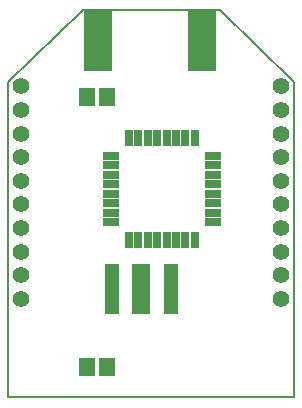
<source format=gbs>
G75*
G70*
%OFA0B0*%
%FSLAX24Y24*%
%IPPOS*%
%LPD*%
%AMOC8*
5,1,8,0,0,1.08239X$1,22.5*
%
%ADD10C,0.0080*%
%ADD11C,0.0555*%
%ADD12R,0.0260X0.0540*%
%ADD13R,0.0540X0.0260*%
%ADD14C,0.0000*%
%ADD15R,0.0940X0.2040*%
%ADD16R,0.0512X0.1694*%
%ADD17R,0.0591X0.1694*%
%ADD18R,0.0552X0.0631*%
D10*
X000196Y001085D02*
X009724Y001085D01*
X009724Y011580D01*
X007234Y013971D01*
X002686Y013971D01*
X000196Y011580D01*
X000196Y001085D01*
D11*
X000629Y004355D03*
X000629Y005143D03*
X000629Y005930D03*
X000629Y006717D03*
X000629Y007505D03*
X000629Y008292D03*
X000629Y009080D03*
X000629Y009867D03*
X000629Y010654D03*
X000629Y011442D03*
X009291Y011442D03*
X009291Y010654D03*
X009291Y009867D03*
X009291Y009080D03*
X009291Y008292D03*
X009291Y007505D03*
X009291Y006717D03*
X009291Y005930D03*
X009291Y005143D03*
X009291Y004355D03*
D12*
X006412Y006333D03*
X006097Y006333D03*
X005782Y006333D03*
X005467Y006333D03*
X005153Y006333D03*
X004838Y006333D03*
X004523Y006333D03*
X004208Y006333D03*
X004208Y009713D03*
X004523Y009713D03*
X004838Y009713D03*
X005153Y009713D03*
X005467Y009713D03*
X005782Y009713D03*
X006097Y009713D03*
X006412Y009713D03*
D13*
X007000Y009126D03*
X007000Y008811D03*
X007000Y008496D03*
X007000Y008181D03*
X007000Y007866D03*
X007000Y007551D03*
X007000Y007236D03*
X007000Y006921D03*
X003620Y006921D03*
X003620Y007236D03*
X003620Y007551D03*
X003620Y007866D03*
X003620Y008181D03*
X003620Y008496D03*
X003620Y008811D03*
X003620Y009126D03*
D14*
X002710Y013973D02*
X007110Y013973D01*
D15*
X006650Y012963D03*
X003170Y012963D03*
D16*
X003633Y004675D03*
X005602Y004675D03*
D17*
X004618Y004675D03*
D18*
X003495Y002098D03*
X002825Y002098D03*
X002825Y011098D03*
X003495Y011098D03*
M02*

</source>
